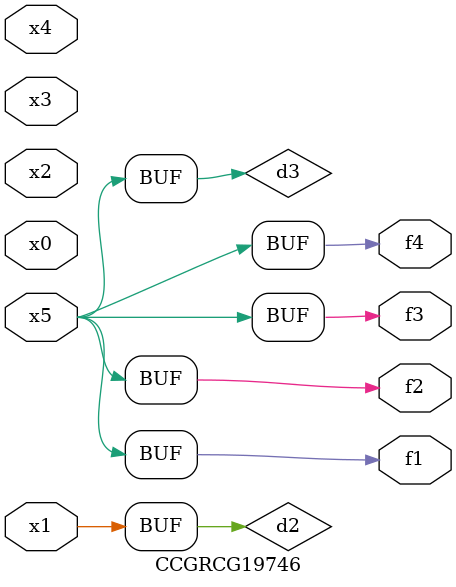
<source format=v>
module CCGRCG19746(
	input x0, x1, x2, x3, x4, x5,
	output f1, f2, f3, f4
);

	wire d1, d2, d3;

	not (d1, x5);
	or (d2, x1);
	xnor (d3, d1);
	assign f1 = d3;
	assign f2 = d3;
	assign f3 = d3;
	assign f4 = d3;
endmodule

</source>
